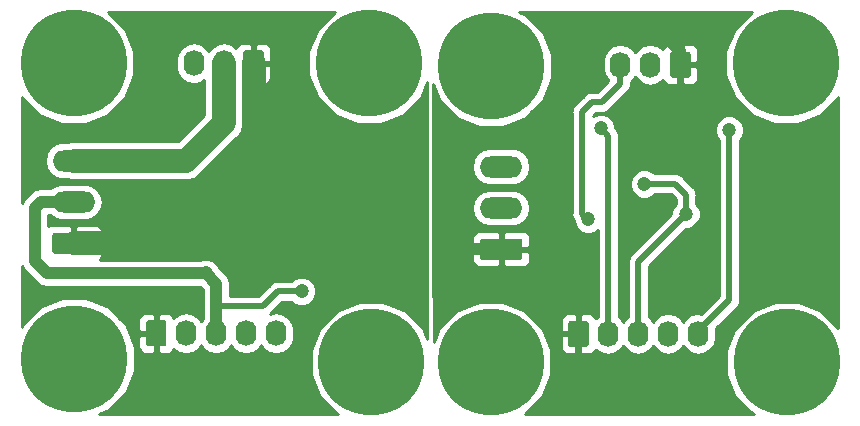
<source format=gbl>
G04 #@! TF.GenerationSoftware,KiCad,Pcbnew,5.0.2+dfsg1-1~bpo9+1*
G04 #@! TF.CreationDate,2019-11-03T17:14:50+01:00*
G04 #@! TF.ProjectId,HALF_DUPLEX_UART,48414c46-5f44-4555-904c-45585f554152,rev?*
G04 #@! TF.SameCoordinates,Original*
G04 #@! TF.FileFunction,Copper,L2,Bot*
G04 #@! TF.FilePolarity,Positive*
%FSLAX46Y46*%
G04 Gerber Fmt 4.6, Leading zero omitted, Abs format (unit mm)*
G04 Created by KiCad (PCBNEW 5.0.2+dfsg1-1~bpo9+1) date dim. 03 nov. 2019 17:14:50 CET*
%MOMM*%
%LPD*%
G01*
G04 APERTURE LIST*
G04 #@! TA.AperFunction,Conductor*
%ADD10C,0.100000*%
G04 #@! TD*
G04 #@! TA.AperFunction,ComponentPad*
%ADD11C,1.740000*%
G04 #@! TD*
G04 #@! TA.AperFunction,ComponentPad*
%ADD12O,1.740000X2.200000*%
G04 #@! TD*
G04 #@! TA.AperFunction,ComponentPad*
%ADD13C,9.000000*%
G04 #@! TD*
G04 #@! TA.AperFunction,ComponentPad*
%ADD14O,3.600000X1.800000*%
G04 #@! TD*
G04 #@! TA.AperFunction,ComponentPad*
%ADD15C,1.800000*%
G04 #@! TD*
G04 #@! TA.AperFunction,ViaPad*
%ADD16C,1.200000*%
G04 #@! TD*
G04 #@! TA.AperFunction,Conductor*
%ADD17C,1.000000*%
G04 #@! TD*
G04 #@! TA.AperFunction,Conductor*
%ADD18C,0.500000*%
G04 #@! TD*
G04 #@! TA.AperFunction,Conductor*
%ADD19C,2.000000*%
G04 #@! TD*
G04 #@! TA.AperFunction,Conductor*
%ADD20C,0.254000*%
G04 #@! TD*
G04 APERTURE END LIST*
D10*
G04 #@! TO.N,GND*
G04 #@! TO.C,J106*
G36*
X170126005Y-94278204D02*
X170150273Y-94281804D01*
X170174072Y-94287765D01*
X170197171Y-94296030D01*
X170219350Y-94306520D01*
X170240393Y-94319132D01*
X170260099Y-94333747D01*
X170278277Y-94350223D01*
X170294753Y-94368401D01*
X170309368Y-94388107D01*
X170321980Y-94409150D01*
X170332470Y-94431329D01*
X170340735Y-94454428D01*
X170346696Y-94478227D01*
X170350296Y-94502495D01*
X170351500Y-94526999D01*
X170351500Y-96227001D01*
X170350296Y-96251505D01*
X170346696Y-96275773D01*
X170340735Y-96299572D01*
X170332470Y-96322671D01*
X170321980Y-96344850D01*
X170309368Y-96365893D01*
X170294753Y-96385599D01*
X170278277Y-96403777D01*
X170260099Y-96420253D01*
X170240393Y-96434868D01*
X170219350Y-96447480D01*
X170197171Y-96457970D01*
X170174072Y-96466235D01*
X170150273Y-96472196D01*
X170126005Y-96475796D01*
X170101501Y-96477000D01*
X168861499Y-96477000D01*
X168836995Y-96475796D01*
X168812727Y-96472196D01*
X168788928Y-96466235D01*
X168765829Y-96457970D01*
X168743650Y-96447480D01*
X168722607Y-96434868D01*
X168702901Y-96420253D01*
X168684723Y-96403777D01*
X168668247Y-96385599D01*
X168653632Y-96365893D01*
X168641020Y-96344850D01*
X168630530Y-96322671D01*
X168622265Y-96299572D01*
X168616304Y-96275773D01*
X168612704Y-96251505D01*
X168611500Y-96227001D01*
X168611500Y-94526999D01*
X168612704Y-94502495D01*
X168616304Y-94478227D01*
X168622265Y-94454428D01*
X168630530Y-94431329D01*
X168641020Y-94409150D01*
X168653632Y-94388107D01*
X168668247Y-94368401D01*
X168684723Y-94350223D01*
X168702901Y-94333747D01*
X168722607Y-94319132D01*
X168743650Y-94306520D01*
X168765829Y-94296030D01*
X168788928Y-94287765D01*
X168812727Y-94281804D01*
X168836995Y-94278204D01*
X168861499Y-94277000D01*
X170101501Y-94277000D01*
X170126005Y-94278204D01*
X170126005Y-94278204D01*
G37*
D11*
G04 #@! TD*
G04 #@! TO.P,J106,1*
G04 #@! TO.N,GND*
X169481500Y-95377000D03*
D12*
G04 #@! TO.P,J106,2*
G04 #@! TO.N,VDD*
X166941500Y-95377000D03*
G04 #@! TO.P,J106,3*
G04 #@! TO.N,Net-(J106-Pad3)*
X164401500Y-95377000D03*
G04 #@! TD*
D13*
G04 #@! TO.P,REF\002A\002A,1*
G04 #@! TO.N,N/C*
X178498500Y-120586500D03*
G04 #@! TD*
G04 #@! TO.P,REF\002A\002A,1*
G04 #@! TO.N,N/C*
X153416000Y-120586500D03*
G04 #@! TD*
G04 #@! TO.P,REF\002A\002A,1*
G04 #@! TO.N,N/C*
X178435000Y-95250000D03*
G04 #@! TD*
G04 #@! TO.P,REF\002A\002A,1*
G04 #@! TO.N,N/C*
X153479500Y-95504000D03*
G04 #@! TD*
G04 #@! TO.P,REF\002A\002A,1*
G04 #@! TO.N,N/C*
X143319500Y-120586500D03*
G04 #@! TD*
G04 #@! TO.P,REF\002A\002A,1*
G04 #@! TO.N,N/C*
X118173500Y-120269000D03*
G04 #@! TD*
G04 #@! TO.P,REF\002A\002A,1*
G04 #@! TO.N,N/C*
X143129000Y-95250000D03*
G04 #@! TD*
D14*
G04 #@! TO.P,J104,3*
G04 #@! TO.N,VDD*
X154305000Y-103998000D03*
G04 #@! TO.P,J104,2*
G04 #@! TO.N,VCC*
X154305000Y-107498000D03*
D10*
G04 #@! TD*
G04 #@! TO.N,GND*
G04 #@! TO.C,J104*
G36*
X155879504Y-110099204D02*
X155903773Y-110102804D01*
X155927571Y-110108765D01*
X155950671Y-110117030D01*
X155972849Y-110127520D01*
X155993893Y-110140133D01*
X156013598Y-110154747D01*
X156031777Y-110171223D01*
X156048253Y-110189402D01*
X156062867Y-110209107D01*
X156075480Y-110230151D01*
X156085970Y-110252329D01*
X156094235Y-110275429D01*
X156100196Y-110299227D01*
X156103796Y-110323496D01*
X156105000Y-110348000D01*
X156105000Y-111648000D01*
X156103796Y-111672504D01*
X156100196Y-111696773D01*
X156094235Y-111720571D01*
X156085970Y-111743671D01*
X156075480Y-111765849D01*
X156062867Y-111786893D01*
X156048253Y-111806598D01*
X156031777Y-111824777D01*
X156013598Y-111841253D01*
X155993893Y-111855867D01*
X155972849Y-111868480D01*
X155950671Y-111878970D01*
X155927571Y-111887235D01*
X155903773Y-111893196D01*
X155879504Y-111896796D01*
X155855000Y-111898000D01*
X152755000Y-111898000D01*
X152730496Y-111896796D01*
X152706227Y-111893196D01*
X152682429Y-111887235D01*
X152659329Y-111878970D01*
X152637151Y-111868480D01*
X152616107Y-111855867D01*
X152596402Y-111841253D01*
X152578223Y-111824777D01*
X152561747Y-111806598D01*
X152547133Y-111786893D01*
X152534520Y-111765849D01*
X152524030Y-111743671D01*
X152515765Y-111720571D01*
X152509804Y-111696773D01*
X152506204Y-111672504D01*
X152505000Y-111648000D01*
X152505000Y-110348000D01*
X152506204Y-110323496D01*
X152509804Y-110299227D01*
X152515765Y-110275429D01*
X152524030Y-110252329D01*
X152534520Y-110230151D01*
X152547133Y-110209107D01*
X152561747Y-110189402D01*
X152578223Y-110171223D01*
X152596402Y-110154747D01*
X152616107Y-110140133D01*
X152637151Y-110127520D01*
X152659329Y-110117030D01*
X152682429Y-110108765D01*
X152706227Y-110102804D01*
X152730496Y-110099204D01*
X152755000Y-110098000D01*
X155855000Y-110098000D01*
X155879504Y-110099204D01*
X155879504Y-110099204D01*
G37*
D15*
G04 #@! TO.P,J104,1*
G04 #@! TO.N,GND*
X154305000Y-110998000D03*
G04 #@! TD*
D14*
G04 #@! TO.P,J101,3*
G04 #@! TO.N,+12V*
X118110000Y-103490000D03*
G04 #@! TO.P,J101,2*
G04 #@! TO.N,+5VA*
X118110000Y-106990000D03*
D10*
G04 #@! TD*
G04 #@! TO.N,GNDA*
G04 #@! TO.C,J101*
G36*
X119684504Y-109591204D02*
X119708773Y-109594804D01*
X119732571Y-109600765D01*
X119755671Y-109609030D01*
X119777849Y-109619520D01*
X119798893Y-109632133D01*
X119818598Y-109646747D01*
X119836777Y-109663223D01*
X119853253Y-109681402D01*
X119867867Y-109701107D01*
X119880480Y-109722151D01*
X119890970Y-109744329D01*
X119899235Y-109767429D01*
X119905196Y-109791227D01*
X119908796Y-109815496D01*
X119910000Y-109840000D01*
X119910000Y-111140000D01*
X119908796Y-111164504D01*
X119905196Y-111188773D01*
X119899235Y-111212571D01*
X119890970Y-111235671D01*
X119880480Y-111257849D01*
X119867867Y-111278893D01*
X119853253Y-111298598D01*
X119836777Y-111316777D01*
X119818598Y-111333253D01*
X119798893Y-111347867D01*
X119777849Y-111360480D01*
X119755671Y-111370970D01*
X119732571Y-111379235D01*
X119708773Y-111385196D01*
X119684504Y-111388796D01*
X119660000Y-111390000D01*
X116560000Y-111390000D01*
X116535496Y-111388796D01*
X116511227Y-111385196D01*
X116487429Y-111379235D01*
X116464329Y-111370970D01*
X116442151Y-111360480D01*
X116421107Y-111347867D01*
X116401402Y-111333253D01*
X116383223Y-111316777D01*
X116366747Y-111298598D01*
X116352133Y-111278893D01*
X116339520Y-111257849D01*
X116329030Y-111235671D01*
X116320765Y-111212571D01*
X116314804Y-111188773D01*
X116311204Y-111164504D01*
X116310000Y-111140000D01*
X116310000Y-109840000D01*
X116311204Y-109815496D01*
X116314804Y-109791227D01*
X116320765Y-109767429D01*
X116329030Y-109744329D01*
X116339520Y-109722151D01*
X116352133Y-109701107D01*
X116366747Y-109681402D01*
X116383223Y-109663223D01*
X116401402Y-109646747D01*
X116421107Y-109632133D01*
X116442151Y-109619520D01*
X116464329Y-109609030D01*
X116487429Y-109600765D01*
X116511227Y-109594804D01*
X116535496Y-109591204D01*
X116560000Y-109590000D01*
X119660000Y-109590000D01*
X119684504Y-109591204D01*
X119684504Y-109591204D01*
G37*
D15*
G04 #@! TO.P,J101,1*
G04 #@! TO.N,GNDA*
X118110000Y-110490000D03*
G04 #@! TD*
D10*
G04 #@! TO.N,GNDA*
G04 #@! TO.C,J102*
G36*
X125739505Y-117011204D02*
X125763773Y-117014804D01*
X125787572Y-117020765D01*
X125810671Y-117029030D01*
X125832850Y-117039520D01*
X125853893Y-117052132D01*
X125873599Y-117066747D01*
X125891777Y-117083223D01*
X125908253Y-117101401D01*
X125922868Y-117121107D01*
X125935480Y-117142150D01*
X125945970Y-117164329D01*
X125954235Y-117187428D01*
X125960196Y-117211227D01*
X125963796Y-117235495D01*
X125965000Y-117259999D01*
X125965000Y-118960001D01*
X125963796Y-118984505D01*
X125960196Y-119008773D01*
X125954235Y-119032572D01*
X125945970Y-119055671D01*
X125935480Y-119077850D01*
X125922868Y-119098893D01*
X125908253Y-119118599D01*
X125891777Y-119136777D01*
X125873599Y-119153253D01*
X125853893Y-119167868D01*
X125832850Y-119180480D01*
X125810671Y-119190970D01*
X125787572Y-119199235D01*
X125763773Y-119205196D01*
X125739505Y-119208796D01*
X125715001Y-119210000D01*
X124474999Y-119210000D01*
X124450495Y-119208796D01*
X124426227Y-119205196D01*
X124402428Y-119199235D01*
X124379329Y-119190970D01*
X124357150Y-119180480D01*
X124336107Y-119167868D01*
X124316401Y-119153253D01*
X124298223Y-119136777D01*
X124281747Y-119118599D01*
X124267132Y-119098893D01*
X124254520Y-119077850D01*
X124244030Y-119055671D01*
X124235765Y-119032572D01*
X124229804Y-119008773D01*
X124226204Y-118984505D01*
X124225000Y-118960001D01*
X124225000Y-117259999D01*
X124226204Y-117235495D01*
X124229804Y-117211227D01*
X124235765Y-117187428D01*
X124244030Y-117164329D01*
X124254520Y-117142150D01*
X124267132Y-117121107D01*
X124281747Y-117101401D01*
X124298223Y-117083223D01*
X124316401Y-117066747D01*
X124336107Y-117052132D01*
X124357150Y-117039520D01*
X124379329Y-117029030D01*
X124402428Y-117020765D01*
X124426227Y-117014804D01*
X124450495Y-117011204D01*
X124474999Y-117010000D01*
X125715001Y-117010000D01*
X125739505Y-117011204D01*
X125739505Y-117011204D01*
G37*
D11*
G04 #@! TD*
G04 #@! TO.P,J102,1*
G04 #@! TO.N,GNDA*
X125095000Y-118110000D03*
D12*
G04 #@! TO.P,J102,2*
G04 #@! TO.N,/TX241*
X127635000Y-118110000D03*
G04 #@! TO.P,J102,3*
G04 #@! TO.N,+5VA*
X130175000Y-118110000D03*
G04 #@! TO.P,J102,4*
G04 #@! TO.N,/RX241*
X132715000Y-118110000D03*
G04 #@! TO.P,J102,5*
G04 #@! TO.N,/DIR241*
X135255000Y-118110000D03*
G04 #@! TD*
G04 #@! TO.P,J103,3*
G04 #@! TO.N,Net-(J103-Pad3)*
X128270000Y-95250000D03*
G04 #@! TO.P,J103,2*
G04 #@! TO.N,+12V*
X130810000Y-95250000D03*
D10*
G04 #@! TD*
G04 #@! TO.N,GNDA*
G04 #@! TO.C,J103*
G36*
X133994505Y-94151204D02*
X134018773Y-94154804D01*
X134042572Y-94160765D01*
X134065671Y-94169030D01*
X134087850Y-94179520D01*
X134108893Y-94192132D01*
X134128599Y-94206747D01*
X134146777Y-94223223D01*
X134163253Y-94241401D01*
X134177868Y-94261107D01*
X134190480Y-94282150D01*
X134200970Y-94304329D01*
X134209235Y-94327428D01*
X134215196Y-94351227D01*
X134218796Y-94375495D01*
X134220000Y-94399999D01*
X134220000Y-96100001D01*
X134218796Y-96124505D01*
X134215196Y-96148773D01*
X134209235Y-96172572D01*
X134200970Y-96195671D01*
X134190480Y-96217850D01*
X134177868Y-96238893D01*
X134163253Y-96258599D01*
X134146777Y-96276777D01*
X134128599Y-96293253D01*
X134108893Y-96307868D01*
X134087850Y-96320480D01*
X134065671Y-96330970D01*
X134042572Y-96339235D01*
X134018773Y-96345196D01*
X133994505Y-96348796D01*
X133970001Y-96350000D01*
X132729999Y-96350000D01*
X132705495Y-96348796D01*
X132681227Y-96345196D01*
X132657428Y-96339235D01*
X132634329Y-96330970D01*
X132612150Y-96320480D01*
X132591107Y-96307868D01*
X132571401Y-96293253D01*
X132553223Y-96276777D01*
X132536747Y-96258599D01*
X132522132Y-96238893D01*
X132509520Y-96217850D01*
X132499030Y-96195671D01*
X132490765Y-96172572D01*
X132484804Y-96148773D01*
X132481204Y-96124505D01*
X132480000Y-96100001D01*
X132480000Y-94399999D01*
X132481204Y-94375495D01*
X132484804Y-94351227D01*
X132490765Y-94327428D01*
X132499030Y-94304329D01*
X132509520Y-94282150D01*
X132522132Y-94261107D01*
X132536747Y-94241401D01*
X132553223Y-94223223D01*
X132571401Y-94206747D01*
X132591107Y-94192132D01*
X132612150Y-94179520D01*
X132634329Y-94169030D01*
X132657428Y-94160765D01*
X132681227Y-94154804D01*
X132705495Y-94151204D01*
X132729999Y-94150000D01*
X133970001Y-94150000D01*
X133994505Y-94151204D01*
X133994505Y-94151204D01*
G37*
D11*
G04 #@! TO.P,J103,1*
G04 #@! TO.N,GNDA*
X133350000Y-95250000D03*
G04 #@! TD*
D12*
G04 #@! TO.P,J105,5*
G04 #@! TO.N,/DIR126*
X171005500Y-118173500D03*
G04 #@! TO.P,J105,4*
G04 #@! TO.N,/RX126*
X168465500Y-118173500D03*
G04 #@! TO.P,J105,3*
G04 #@! TO.N,VCC*
X165925500Y-118173500D03*
G04 #@! TO.P,J105,2*
G04 #@! TO.N,/TX126*
X163385500Y-118173500D03*
D10*
G04 #@! TD*
G04 #@! TO.N,GND*
G04 #@! TO.C,J105*
G36*
X161490005Y-117074704D02*
X161514273Y-117078304D01*
X161538072Y-117084265D01*
X161561171Y-117092530D01*
X161583350Y-117103020D01*
X161604393Y-117115632D01*
X161624099Y-117130247D01*
X161642277Y-117146723D01*
X161658753Y-117164901D01*
X161673368Y-117184607D01*
X161685980Y-117205650D01*
X161696470Y-117227829D01*
X161704735Y-117250928D01*
X161710696Y-117274727D01*
X161714296Y-117298995D01*
X161715500Y-117323499D01*
X161715500Y-119023501D01*
X161714296Y-119048005D01*
X161710696Y-119072273D01*
X161704735Y-119096072D01*
X161696470Y-119119171D01*
X161685980Y-119141350D01*
X161673368Y-119162393D01*
X161658753Y-119182099D01*
X161642277Y-119200277D01*
X161624099Y-119216753D01*
X161604393Y-119231368D01*
X161583350Y-119243980D01*
X161561171Y-119254470D01*
X161538072Y-119262735D01*
X161514273Y-119268696D01*
X161490005Y-119272296D01*
X161465501Y-119273500D01*
X160225499Y-119273500D01*
X160200995Y-119272296D01*
X160176727Y-119268696D01*
X160152928Y-119262735D01*
X160129829Y-119254470D01*
X160107650Y-119243980D01*
X160086607Y-119231368D01*
X160066901Y-119216753D01*
X160048723Y-119200277D01*
X160032247Y-119182099D01*
X160017632Y-119162393D01*
X160005020Y-119141350D01*
X159994530Y-119119171D01*
X159986265Y-119096072D01*
X159980304Y-119072273D01*
X159976704Y-119048005D01*
X159975500Y-119023501D01*
X159975500Y-117323499D01*
X159976704Y-117298995D01*
X159980304Y-117274727D01*
X159986265Y-117250928D01*
X159994530Y-117227829D01*
X160005020Y-117205650D01*
X160017632Y-117184607D01*
X160032247Y-117164901D01*
X160048723Y-117146723D01*
X160066901Y-117130247D01*
X160086607Y-117115632D01*
X160107650Y-117103020D01*
X160129829Y-117092530D01*
X160152928Y-117084265D01*
X160176727Y-117078304D01*
X160200995Y-117074704D01*
X160225499Y-117073500D01*
X161465501Y-117073500D01*
X161490005Y-117074704D01*
X161490005Y-117074704D01*
G37*
D11*
G04 #@! TO.P,J105,1*
G04 #@! TO.N,GND*
X160845500Y-118173500D03*
G04 #@! TD*
D13*
G04 #@! TO.P,REF\002A\002A,1*
G04 #@! TO.N,N/C*
X118110000Y-95250000D03*
G04 #@! TD*
D16*
G04 #@! TO.N,GND*
X167005000Y-102870000D03*
X159448500Y-104203500D03*
X180340000Y-115125500D03*
G04 #@! TO.N,+5VA*
X137414000Y-114554000D03*
X129286000Y-113030000D03*
G04 #@! TO.N,GNDA*
X132080000Y-103886000D03*
X143623000Y-108822500D03*
G04 #@! TO.N,VCC*
X166433500Y-105473500D03*
X169955490Y-108015780D03*
G04 #@! TO.N,/DIR126*
X173609000Y-100901500D03*
G04 #@! TO.N,/TX126*
X162750500Y-100774500D03*
G04 #@! TO.N,Net-(J106-Pad3)*
X161673500Y-108458000D03*
G04 #@! TD*
D17*
G04 #@! TO.N,GND*
X151066500Y-110998000D02*
X154305000Y-110998000D01*
X161671000Y-92392500D02*
X159575500Y-94488000D01*
X157670500Y-101473000D02*
X152781000Y-101473000D01*
X167697000Y-92392500D02*
X161671000Y-92392500D01*
X169481500Y-95377000D02*
X169481500Y-94177000D01*
X159575500Y-94488000D02*
X159575500Y-99568000D01*
X159575500Y-99568000D02*
X157670500Y-101473000D01*
X152781000Y-101473000D02*
X150558500Y-103695500D01*
X150558500Y-103695500D02*
X150558500Y-110490000D01*
X169481500Y-94177000D02*
X167697000Y-92392500D01*
X150558500Y-110490000D02*
X151066500Y-110998000D01*
D18*
X167005000Y-102870000D02*
X167005000Y-100647500D01*
X169481500Y-98171000D02*
X169481500Y-95377000D01*
X167005000Y-100647500D02*
X169481500Y-98171000D01*
X157670500Y-102425500D02*
X157670500Y-101473000D01*
X159448500Y-104203500D02*
X157670500Y-102425500D01*
X176657000Y-115125500D02*
X172847000Y-118935500D01*
X180340000Y-115125500D02*
X176657000Y-115125500D01*
X172847000Y-118935500D02*
X172847000Y-119253000D01*
X172847000Y-119253000D02*
X170942000Y-121158000D01*
X170942000Y-121158000D02*
X161163000Y-121158000D01*
X160845500Y-120840500D02*
X160845500Y-118173500D01*
X161163000Y-121158000D02*
X160845500Y-120840500D01*
D19*
G04 #@! TO.N,+12V*
X130810000Y-95250000D02*
X130810000Y-100330000D01*
X127650000Y-103490000D02*
X118110000Y-103490000D01*
X130810000Y-100330000D02*
X127650000Y-103490000D01*
D17*
G04 #@! TO.N,+5VA*
X115310000Y-106990000D02*
X114808000Y-107492000D01*
X118110000Y-106990000D02*
X115310000Y-106990000D01*
X114808000Y-107492000D02*
X114808000Y-112014000D01*
X114808000Y-112014000D02*
X115824000Y-113030000D01*
X129286000Y-113030000D02*
X130175000Y-113919000D01*
X115824000Y-113030000D02*
X123444000Y-113030000D01*
X123444000Y-113030000D02*
X124206000Y-113030000D01*
X124206000Y-113030000D02*
X129286000Y-113030000D01*
X130175000Y-113919000D02*
X130175000Y-115824000D01*
X130175000Y-115824000D02*
X130175000Y-118110000D01*
D18*
X137414000Y-114554000D02*
X135382000Y-114554000D01*
X134112000Y-115824000D02*
X130175000Y-115824000D01*
X135382000Y-114554000D02*
X134112000Y-115824000D01*
D19*
G04 #@! TO.N,GNDA*
X133350000Y-95250000D02*
X133350000Y-102616000D01*
X125476000Y-110490000D02*
X118110000Y-110490000D01*
X133350000Y-102616000D02*
X132080000Y-103886000D01*
X132080000Y-103886000D02*
X125476000Y-110490000D01*
D17*
X132080000Y-103886000D02*
X138430000Y-103886000D01*
X143366500Y-108822500D02*
X143623000Y-108822500D01*
X138430000Y-103886000D02*
X143366500Y-108822500D01*
D18*
G04 #@! TO.N,VCC*
X165925500Y-112045770D02*
X169955490Y-108015780D01*
X165925500Y-118173500D02*
X165925500Y-112045770D01*
X169955490Y-106391990D02*
X169955490Y-108015780D01*
X169037000Y-105473500D02*
X169955490Y-106391990D01*
X166433500Y-105473500D02*
X169037000Y-105473500D01*
G04 #@! TO.N,/DIR126*
X171005500Y-117943500D02*
X173609000Y-115340000D01*
X171005500Y-118173500D02*
X171005500Y-117943500D01*
X173609000Y-115340000D02*
X173609000Y-100901500D01*
G04 #@! TO.N,/TX126*
X163385500Y-118173500D02*
X163385500Y-116573500D01*
X163385500Y-101409500D02*
X162750500Y-100774500D01*
X163385500Y-116573500D02*
X163385500Y-101409500D01*
G04 #@! TO.N,Net-(J106-Pad3)*
X161988500Y-98552000D02*
X161163000Y-99377500D01*
X162826500Y-98552000D02*
X161988500Y-98552000D01*
X161163000Y-99377500D02*
X161163000Y-108013500D01*
X164401500Y-96977000D02*
X162826500Y-98552000D01*
X164401500Y-95377000D02*
X164401500Y-96977000D01*
X161607500Y-108458000D02*
X161673500Y-108458000D01*
X161163000Y-108013500D02*
X161607500Y-108458000D01*
G04 #@! TD*
D20*
G04 #@! TO.N,GNDA*
G36*
X140220256Y-90896757D02*
X138775757Y-92341256D01*
X137994000Y-94228585D01*
X137994000Y-96271415D01*
X138775757Y-98158744D01*
X140220256Y-99603243D01*
X142107585Y-100385000D01*
X144150415Y-100385000D01*
X146037744Y-99603243D01*
X147482243Y-98158744D01*
X148030423Y-96835319D01*
X148069421Y-118635423D01*
X147672743Y-117677756D01*
X146228244Y-116233257D01*
X144340915Y-115451500D01*
X142298085Y-115451500D01*
X140410756Y-116233257D01*
X138966257Y-117677756D01*
X138184500Y-119565085D01*
X138184500Y-121607915D01*
X138966257Y-123495244D01*
X140410756Y-124939743D01*
X140451211Y-124956500D01*
X120275276Y-124956500D01*
X121082244Y-124622243D01*
X122526743Y-123177744D01*
X123308500Y-121290415D01*
X123308500Y-119247585D01*
X122955659Y-118395750D01*
X123590000Y-118395750D01*
X123590000Y-119336310D01*
X123686673Y-119569699D01*
X123865302Y-119748327D01*
X124098691Y-119845000D01*
X124809250Y-119845000D01*
X124968000Y-119686250D01*
X124968000Y-118237000D01*
X123748750Y-118237000D01*
X123590000Y-118395750D01*
X122955659Y-118395750D01*
X122526743Y-117360256D01*
X122050177Y-116883690D01*
X123590000Y-116883690D01*
X123590000Y-117824250D01*
X123748750Y-117983000D01*
X124968000Y-117983000D01*
X124968000Y-116533750D01*
X124809250Y-116375000D01*
X124098691Y-116375000D01*
X123865302Y-116471673D01*
X123686673Y-116650301D01*
X123590000Y-116883690D01*
X122050177Y-116883690D01*
X121082244Y-115915757D01*
X119194915Y-115134000D01*
X117152085Y-115134000D01*
X115264756Y-115915757D01*
X113820257Y-117360256D01*
X113740000Y-117554014D01*
X113740000Y-112458569D01*
X113989712Y-112832289D01*
X114084479Y-112895611D01*
X114942389Y-113753521D01*
X115005711Y-113848289D01*
X115347974Y-114076982D01*
X115381145Y-114099146D01*
X115824000Y-114187235D01*
X115935783Y-114165000D01*
X128798922Y-114165000D01*
X128827851Y-114176983D01*
X129040000Y-114389132D01*
X129040001Y-115712214D01*
X129040000Y-115712218D01*
X129040000Y-116869720D01*
X128905000Y-117071763D01*
X128720044Y-116794956D01*
X128222221Y-116462322D01*
X127635000Y-116345516D01*
X127047778Y-116462322D01*
X126560364Y-116788001D01*
X126503327Y-116650301D01*
X126324698Y-116471673D01*
X126091309Y-116375000D01*
X125380750Y-116375000D01*
X125222000Y-116533750D01*
X125222000Y-117983000D01*
X125242000Y-117983000D01*
X125242000Y-118237000D01*
X125222000Y-118237000D01*
X125222000Y-119686250D01*
X125380750Y-119845000D01*
X126091309Y-119845000D01*
X126324698Y-119748327D01*
X126503327Y-119569699D01*
X126560364Y-119431999D01*
X127047779Y-119757678D01*
X127635000Y-119874484D01*
X128222222Y-119757678D01*
X128720044Y-119425044D01*
X128905000Y-119148237D01*
X129089956Y-119425044D01*
X129587779Y-119757678D01*
X130175000Y-119874484D01*
X130762222Y-119757678D01*
X131260044Y-119425044D01*
X131445000Y-119148237D01*
X131629956Y-119425044D01*
X132127779Y-119757678D01*
X132715000Y-119874484D01*
X133302222Y-119757678D01*
X133800044Y-119425044D01*
X133985000Y-119148237D01*
X134169956Y-119425044D01*
X134667779Y-119757678D01*
X135255000Y-119874484D01*
X135842222Y-119757678D01*
X136340044Y-119425044D01*
X136672678Y-118927221D01*
X136760000Y-118488225D01*
X136760000Y-117731774D01*
X136672678Y-117292778D01*
X136340044Y-116794956D01*
X135842221Y-116462322D01*
X135255000Y-116345516D01*
X134762449Y-116443491D01*
X134799425Y-116388153D01*
X135748579Y-115439000D01*
X136552447Y-115439000D01*
X136714429Y-115600982D01*
X137168343Y-115789000D01*
X137659657Y-115789000D01*
X138113571Y-115600982D01*
X138460982Y-115253571D01*
X138649000Y-114799657D01*
X138649000Y-114308343D01*
X138460982Y-113854429D01*
X138113571Y-113507018D01*
X137659657Y-113319000D01*
X137168343Y-113319000D01*
X136714429Y-113507018D01*
X136552447Y-113669000D01*
X135469159Y-113669000D01*
X135381999Y-113651663D01*
X135294839Y-113669000D01*
X135294835Y-113669000D01*
X135036690Y-113720348D01*
X134928880Y-113792385D01*
X134817845Y-113866576D01*
X134817844Y-113866577D01*
X134743951Y-113915951D01*
X134694577Y-113989844D01*
X133745422Y-114939000D01*
X131310000Y-114939000D01*
X131310000Y-114030783D01*
X131332235Y-113919000D01*
X131244146Y-113476145D01*
X131110184Y-113275657D01*
X130993289Y-113100711D01*
X130898521Y-113037389D01*
X130432983Y-112571851D01*
X130332982Y-112330429D01*
X129985571Y-111983018D01*
X129531657Y-111795000D01*
X129040343Y-111795000D01*
X128798922Y-111895000D01*
X120303026Y-111895000D01*
X120448327Y-111749698D01*
X120545000Y-111516309D01*
X120545000Y-110775750D01*
X120386250Y-110617000D01*
X118237000Y-110617000D01*
X118237000Y-110637000D01*
X117983000Y-110637000D01*
X117983000Y-110617000D01*
X117963000Y-110617000D01*
X117963000Y-110363000D01*
X117983000Y-110363000D01*
X117983000Y-109113750D01*
X118237000Y-109113750D01*
X118237000Y-110363000D01*
X120386250Y-110363000D01*
X120545000Y-110204250D01*
X120545000Y-109463691D01*
X120448327Y-109230302D01*
X120269699Y-109051673D01*
X120036310Y-108955000D01*
X118395750Y-108955000D01*
X118237000Y-109113750D01*
X117983000Y-109113750D01*
X117824250Y-108955000D01*
X116183690Y-108955000D01*
X115950301Y-109051673D01*
X115943000Y-109058974D01*
X115943000Y-108125000D01*
X116145721Y-108125000D01*
X116611073Y-108435938D01*
X117058818Y-108525000D01*
X119161182Y-108525000D01*
X119608927Y-108435938D01*
X120116673Y-108096673D01*
X120455938Y-107588927D01*
X120575072Y-106990000D01*
X120455938Y-106391073D01*
X120116673Y-105883327D01*
X119608927Y-105544062D01*
X119161182Y-105455000D01*
X117058818Y-105455000D01*
X116611073Y-105544062D01*
X116145721Y-105855000D01*
X115421782Y-105855000D01*
X115309999Y-105832765D01*
X114867145Y-105920854D01*
X114491711Y-106171711D01*
X114428387Y-106266482D01*
X114084482Y-106610387D01*
X113989711Y-106673711D01*
X113740000Y-107047431D01*
X113740000Y-103490000D01*
X115644928Y-103490000D01*
X115764062Y-104088927D01*
X116103327Y-104596673D01*
X116611073Y-104935938D01*
X117058818Y-105025000D01*
X117464368Y-105025000D01*
X117472055Y-105030136D01*
X117948969Y-105125000D01*
X127488970Y-105125000D01*
X127650000Y-105157031D01*
X127811030Y-105125000D01*
X127811031Y-105125000D01*
X128287945Y-105030136D01*
X128828769Y-104668769D01*
X128919988Y-104532250D01*
X131852253Y-101599986D01*
X131988769Y-101508769D01*
X132350136Y-100967945D01*
X132445000Y-100491031D01*
X132445000Y-100491030D01*
X132477031Y-100330000D01*
X132445000Y-100168970D01*
X132445000Y-96985000D01*
X133064250Y-96985000D01*
X133223000Y-96826250D01*
X133223000Y-95377000D01*
X133477000Y-95377000D01*
X133477000Y-96826250D01*
X133635750Y-96985000D01*
X134346309Y-96985000D01*
X134579698Y-96888327D01*
X134758327Y-96709699D01*
X134855000Y-96476310D01*
X134855000Y-95535750D01*
X134696250Y-95377000D01*
X133477000Y-95377000D01*
X133223000Y-95377000D01*
X133203000Y-95377000D01*
X133203000Y-95123000D01*
X133223000Y-95123000D01*
X133223000Y-93673750D01*
X133477000Y-93673750D01*
X133477000Y-95123000D01*
X134696250Y-95123000D01*
X134855000Y-94964250D01*
X134855000Y-94023690D01*
X134758327Y-93790301D01*
X134579698Y-93611673D01*
X134346309Y-93515000D01*
X133635750Y-93515000D01*
X133477000Y-93673750D01*
X133223000Y-93673750D01*
X133064250Y-93515000D01*
X132353691Y-93515000D01*
X132120302Y-93611673D01*
X131941673Y-93790301D01*
X131884636Y-93928001D01*
X131397222Y-93602322D01*
X130810000Y-93485516D01*
X130222779Y-93602322D01*
X129724956Y-93934956D01*
X129636053Y-94068009D01*
X129631231Y-94071231D01*
X129538665Y-94209765D01*
X129355044Y-93934956D01*
X128857222Y-93602322D01*
X128270000Y-93485516D01*
X127682779Y-93602322D01*
X127184956Y-93934956D01*
X126852322Y-94432778D01*
X126765000Y-94871774D01*
X126765000Y-95628225D01*
X126852322Y-96067221D01*
X127184956Y-96565044D01*
X127682778Y-96897678D01*
X128270000Y-97014484D01*
X128857221Y-96897678D01*
X129175000Y-96685345D01*
X129175001Y-99652760D01*
X126972762Y-101855000D01*
X117948969Y-101855000D01*
X117472055Y-101949864D01*
X117464368Y-101955000D01*
X117058818Y-101955000D01*
X116611073Y-102044062D01*
X116103327Y-102383327D01*
X115764062Y-102891073D01*
X115644928Y-103490000D01*
X113740000Y-103490000D01*
X113740000Y-98118289D01*
X113756757Y-98158744D01*
X115201256Y-99603243D01*
X117088585Y-100385000D01*
X119131415Y-100385000D01*
X121018744Y-99603243D01*
X122463243Y-98158744D01*
X123245000Y-96271415D01*
X123245000Y-94228585D01*
X122463243Y-92341256D01*
X121018744Y-90896757D01*
X120978289Y-90880000D01*
X140260711Y-90880000D01*
X140220256Y-90896757D01*
X140220256Y-90896757D01*
G37*
X140220256Y-90896757D02*
X138775757Y-92341256D01*
X137994000Y-94228585D01*
X137994000Y-96271415D01*
X138775757Y-98158744D01*
X140220256Y-99603243D01*
X142107585Y-100385000D01*
X144150415Y-100385000D01*
X146037744Y-99603243D01*
X147482243Y-98158744D01*
X148030423Y-96835319D01*
X148069421Y-118635423D01*
X147672743Y-117677756D01*
X146228244Y-116233257D01*
X144340915Y-115451500D01*
X142298085Y-115451500D01*
X140410756Y-116233257D01*
X138966257Y-117677756D01*
X138184500Y-119565085D01*
X138184500Y-121607915D01*
X138966257Y-123495244D01*
X140410756Y-124939743D01*
X140451211Y-124956500D01*
X120275276Y-124956500D01*
X121082244Y-124622243D01*
X122526743Y-123177744D01*
X123308500Y-121290415D01*
X123308500Y-119247585D01*
X122955659Y-118395750D01*
X123590000Y-118395750D01*
X123590000Y-119336310D01*
X123686673Y-119569699D01*
X123865302Y-119748327D01*
X124098691Y-119845000D01*
X124809250Y-119845000D01*
X124968000Y-119686250D01*
X124968000Y-118237000D01*
X123748750Y-118237000D01*
X123590000Y-118395750D01*
X122955659Y-118395750D01*
X122526743Y-117360256D01*
X122050177Y-116883690D01*
X123590000Y-116883690D01*
X123590000Y-117824250D01*
X123748750Y-117983000D01*
X124968000Y-117983000D01*
X124968000Y-116533750D01*
X124809250Y-116375000D01*
X124098691Y-116375000D01*
X123865302Y-116471673D01*
X123686673Y-116650301D01*
X123590000Y-116883690D01*
X122050177Y-116883690D01*
X121082244Y-115915757D01*
X119194915Y-115134000D01*
X117152085Y-115134000D01*
X115264756Y-115915757D01*
X113820257Y-117360256D01*
X113740000Y-117554014D01*
X113740000Y-112458569D01*
X113989712Y-112832289D01*
X114084479Y-112895611D01*
X114942389Y-113753521D01*
X115005711Y-113848289D01*
X115347974Y-114076982D01*
X115381145Y-114099146D01*
X115824000Y-114187235D01*
X115935783Y-114165000D01*
X128798922Y-114165000D01*
X128827851Y-114176983D01*
X129040000Y-114389132D01*
X129040001Y-115712214D01*
X129040000Y-115712218D01*
X129040000Y-116869720D01*
X128905000Y-117071763D01*
X128720044Y-116794956D01*
X128222221Y-116462322D01*
X127635000Y-116345516D01*
X127047778Y-116462322D01*
X126560364Y-116788001D01*
X126503327Y-116650301D01*
X126324698Y-116471673D01*
X126091309Y-116375000D01*
X125380750Y-116375000D01*
X125222000Y-116533750D01*
X125222000Y-117983000D01*
X125242000Y-117983000D01*
X125242000Y-118237000D01*
X125222000Y-118237000D01*
X125222000Y-119686250D01*
X125380750Y-119845000D01*
X126091309Y-119845000D01*
X126324698Y-119748327D01*
X126503327Y-119569699D01*
X126560364Y-119431999D01*
X127047779Y-119757678D01*
X127635000Y-119874484D01*
X128222222Y-119757678D01*
X128720044Y-119425044D01*
X128905000Y-119148237D01*
X129089956Y-119425044D01*
X129587779Y-119757678D01*
X130175000Y-119874484D01*
X130762222Y-119757678D01*
X131260044Y-119425044D01*
X131445000Y-119148237D01*
X131629956Y-119425044D01*
X132127779Y-119757678D01*
X132715000Y-119874484D01*
X133302222Y-119757678D01*
X133800044Y-119425044D01*
X133985000Y-119148237D01*
X134169956Y-119425044D01*
X134667779Y-119757678D01*
X135255000Y-119874484D01*
X135842222Y-119757678D01*
X136340044Y-119425044D01*
X136672678Y-118927221D01*
X136760000Y-118488225D01*
X136760000Y-117731774D01*
X136672678Y-117292778D01*
X136340044Y-116794956D01*
X135842221Y-116462322D01*
X135255000Y-116345516D01*
X134762449Y-116443491D01*
X134799425Y-116388153D01*
X135748579Y-115439000D01*
X136552447Y-115439000D01*
X136714429Y-115600982D01*
X137168343Y-115789000D01*
X137659657Y-115789000D01*
X138113571Y-115600982D01*
X138460982Y-115253571D01*
X138649000Y-114799657D01*
X138649000Y-114308343D01*
X138460982Y-113854429D01*
X138113571Y-113507018D01*
X137659657Y-113319000D01*
X137168343Y-113319000D01*
X136714429Y-113507018D01*
X136552447Y-113669000D01*
X135469159Y-113669000D01*
X135381999Y-113651663D01*
X135294839Y-113669000D01*
X135294835Y-113669000D01*
X135036690Y-113720348D01*
X134928880Y-113792385D01*
X134817845Y-113866576D01*
X134817844Y-113866577D01*
X134743951Y-113915951D01*
X134694577Y-113989844D01*
X133745422Y-114939000D01*
X131310000Y-114939000D01*
X131310000Y-114030783D01*
X131332235Y-113919000D01*
X131244146Y-113476145D01*
X131110184Y-113275657D01*
X130993289Y-113100711D01*
X130898521Y-113037389D01*
X130432983Y-112571851D01*
X130332982Y-112330429D01*
X129985571Y-111983018D01*
X129531657Y-111795000D01*
X129040343Y-111795000D01*
X128798922Y-111895000D01*
X120303026Y-111895000D01*
X120448327Y-111749698D01*
X120545000Y-111516309D01*
X120545000Y-110775750D01*
X120386250Y-110617000D01*
X118237000Y-110617000D01*
X118237000Y-110637000D01*
X117983000Y-110637000D01*
X117983000Y-110617000D01*
X117963000Y-110617000D01*
X117963000Y-110363000D01*
X117983000Y-110363000D01*
X117983000Y-109113750D01*
X118237000Y-109113750D01*
X118237000Y-110363000D01*
X120386250Y-110363000D01*
X120545000Y-110204250D01*
X120545000Y-109463691D01*
X120448327Y-109230302D01*
X120269699Y-109051673D01*
X120036310Y-108955000D01*
X118395750Y-108955000D01*
X118237000Y-109113750D01*
X117983000Y-109113750D01*
X117824250Y-108955000D01*
X116183690Y-108955000D01*
X115950301Y-109051673D01*
X115943000Y-109058974D01*
X115943000Y-108125000D01*
X116145721Y-108125000D01*
X116611073Y-108435938D01*
X117058818Y-108525000D01*
X119161182Y-108525000D01*
X119608927Y-108435938D01*
X120116673Y-108096673D01*
X120455938Y-107588927D01*
X120575072Y-106990000D01*
X120455938Y-106391073D01*
X120116673Y-105883327D01*
X119608927Y-105544062D01*
X119161182Y-105455000D01*
X117058818Y-105455000D01*
X116611073Y-105544062D01*
X116145721Y-105855000D01*
X115421782Y-105855000D01*
X115309999Y-105832765D01*
X114867145Y-105920854D01*
X114491711Y-106171711D01*
X114428387Y-106266482D01*
X114084482Y-106610387D01*
X113989711Y-106673711D01*
X113740000Y-107047431D01*
X113740000Y-103490000D01*
X115644928Y-103490000D01*
X115764062Y-104088927D01*
X116103327Y-104596673D01*
X116611073Y-104935938D01*
X117058818Y-105025000D01*
X117464368Y-105025000D01*
X117472055Y-105030136D01*
X117948969Y-105125000D01*
X127488970Y-105125000D01*
X127650000Y-105157031D01*
X127811030Y-105125000D01*
X127811031Y-105125000D01*
X128287945Y-105030136D01*
X128828769Y-104668769D01*
X128919988Y-104532250D01*
X131852253Y-101599986D01*
X131988769Y-101508769D01*
X132350136Y-100967945D01*
X132445000Y-100491031D01*
X132445000Y-100491030D01*
X132477031Y-100330000D01*
X132445000Y-100168970D01*
X132445000Y-96985000D01*
X133064250Y-96985000D01*
X133223000Y-96826250D01*
X133223000Y-95377000D01*
X133477000Y-95377000D01*
X133477000Y-96826250D01*
X133635750Y-96985000D01*
X134346309Y-96985000D01*
X134579698Y-96888327D01*
X134758327Y-96709699D01*
X134855000Y-96476310D01*
X134855000Y-95535750D01*
X134696250Y-95377000D01*
X133477000Y-95377000D01*
X133223000Y-95377000D01*
X133203000Y-95377000D01*
X133203000Y-95123000D01*
X133223000Y-95123000D01*
X133223000Y-93673750D01*
X133477000Y-93673750D01*
X133477000Y-95123000D01*
X134696250Y-95123000D01*
X134855000Y-94964250D01*
X134855000Y-94023690D01*
X134758327Y-93790301D01*
X134579698Y-93611673D01*
X134346309Y-93515000D01*
X133635750Y-93515000D01*
X133477000Y-93673750D01*
X133223000Y-93673750D01*
X133064250Y-93515000D01*
X132353691Y-93515000D01*
X132120302Y-93611673D01*
X131941673Y-93790301D01*
X131884636Y-93928001D01*
X131397222Y-93602322D01*
X130810000Y-93485516D01*
X130222779Y-93602322D01*
X129724956Y-93934956D01*
X129636053Y-94068009D01*
X129631231Y-94071231D01*
X129538665Y-94209765D01*
X129355044Y-93934956D01*
X128857222Y-93602322D01*
X128270000Y-93485516D01*
X127682779Y-93602322D01*
X127184956Y-93934956D01*
X126852322Y-94432778D01*
X126765000Y-94871774D01*
X126765000Y-95628225D01*
X126852322Y-96067221D01*
X127184956Y-96565044D01*
X127682778Y-96897678D01*
X128270000Y-97014484D01*
X128857221Y-96897678D01*
X129175000Y-96685345D01*
X129175001Y-99652760D01*
X126972762Y-101855000D01*
X117948969Y-101855000D01*
X117472055Y-101949864D01*
X117464368Y-101955000D01*
X117058818Y-101955000D01*
X116611073Y-102044062D01*
X116103327Y-102383327D01*
X115764062Y-102891073D01*
X115644928Y-103490000D01*
X113740000Y-103490000D01*
X113740000Y-98118289D01*
X113756757Y-98158744D01*
X115201256Y-99603243D01*
X117088585Y-100385000D01*
X119131415Y-100385000D01*
X121018744Y-99603243D01*
X122463243Y-98158744D01*
X123245000Y-96271415D01*
X123245000Y-94228585D01*
X122463243Y-92341256D01*
X121018744Y-90896757D01*
X120978289Y-90880000D01*
X140260711Y-90880000D01*
X140220256Y-90896757D01*
G04 #@! TO.N,GND*
G36*
X174081757Y-92341256D02*
X173300000Y-94228585D01*
X173300000Y-96271415D01*
X174081757Y-98158744D01*
X175526256Y-99603243D01*
X177413585Y-100385000D01*
X179456415Y-100385000D01*
X181343744Y-99603243D01*
X182788243Y-98158744D01*
X182794239Y-98144269D01*
X182829080Y-117655093D01*
X181407244Y-116233257D01*
X179519915Y-115451500D01*
X177477085Y-115451500D01*
X175589756Y-116233257D01*
X174145257Y-117677756D01*
X173363500Y-119565085D01*
X173363500Y-121607915D01*
X174145257Y-123495244D01*
X175589756Y-124939743D01*
X175688899Y-124980809D01*
X156309748Y-124945954D01*
X156324744Y-124939743D01*
X157769243Y-123495244D01*
X158551000Y-121607915D01*
X158551000Y-119565085D01*
X158092949Y-118459250D01*
X159340500Y-118459250D01*
X159340500Y-119399810D01*
X159437173Y-119633199D01*
X159615802Y-119811827D01*
X159849191Y-119908500D01*
X160559750Y-119908500D01*
X160718500Y-119749750D01*
X160718500Y-118300500D01*
X159499250Y-118300500D01*
X159340500Y-118459250D01*
X158092949Y-118459250D01*
X157769243Y-117677756D01*
X157038677Y-116947190D01*
X159340500Y-116947190D01*
X159340500Y-117887750D01*
X159499250Y-118046500D01*
X160718500Y-118046500D01*
X160718500Y-116597250D01*
X160559750Y-116438500D01*
X159849191Y-116438500D01*
X159615802Y-116535173D01*
X159437173Y-116713801D01*
X159340500Y-116947190D01*
X157038677Y-116947190D01*
X156324744Y-116233257D01*
X154437415Y-115451500D01*
X152394585Y-115451500D01*
X150507256Y-116233257D01*
X149062757Y-117677756D01*
X148577804Y-118848536D01*
X148564273Y-111283750D01*
X151870000Y-111283750D01*
X151870000Y-112024309D01*
X151966673Y-112257698D01*
X152145301Y-112436327D01*
X152378690Y-112533000D01*
X154019250Y-112533000D01*
X154178000Y-112374250D01*
X154178000Y-111125000D01*
X154432000Y-111125000D01*
X154432000Y-112374250D01*
X154590750Y-112533000D01*
X156231310Y-112533000D01*
X156464699Y-112436327D01*
X156643327Y-112257698D01*
X156740000Y-112024309D01*
X156740000Y-111283750D01*
X156581250Y-111125000D01*
X154432000Y-111125000D01*
X154178000Y-111125000D01*
X152028750Y-111125000D01*
X151870000Y-111283750D01*
X148564273Y-111283750D01*
X148561926Y-109971691D01*
X151870000Y-109971691D01*
X151870000Y-110712250D01*
X152028750Y-110871000D01*
X154178000Y-110871000D01*
X154178000Y-109621750D01*
X154432000Y-109621750D01*
X154432000Y-110871000D01*
X156581250Y-110871000D01*
X156740000Y-110712250D01*
X156740000Y-109971691D01*
X156643327Y-109738302D01*
X156464699Y-109559673D01*
X156231310Y-109463000D01*
X154590750Y-109463000D01*
X154432000Y-109621750D01*
X154178000Y-109621750D01*
X154019250Y-109463000D01*
X152378690Y-109463000D01*
X152145301Y-109559673D01*
X151966673Y-109738302D01*
X151870000Y-109971691D01*
X148561926Y-109971691D01*
X148557500Y-107498000D01*
X151839928Y-107498000D01*
X151959062Y-108096927D01*
X152298327Y-108604673D01*
X152806073Y-108943938D01*
X153253818Y-109033000D01*
X155356182Y-109033000D01*
X155803927Y-108943938D01*
X156311673Y-108604673D01*
X156650938Y-108096927D01*
X156770072Y-107498000D01*
X156650938Y-106899073D01*
X156311673Y-106391327D01*
X155803927Y-106052062D01*
X155356182Y-105963000D01*
X153253818Y-105963000D01*
X152806073Y-106052062D01*
X152298327Y-106391327D01*
X151959062Y-106899073D01*
X151839928Y-107498000D01*
X148557500Y-107498000D01*
X148551239Y-103998000D01*
X151839928Y-103998000D01*
X151959062Y-104596927D01*
X152298327Y-105104673D01*
X152806073Y-105443938D01*
X153253818Y-105533000D01*
X155356182Y-105533000D01*
X155803927Y-105443938D01*
X156311673Y-105104673D01*
X156650938Y-104596927D01*
X156770072Y-103998000D01*
X156650938Y-103399073D01*
X156311673Y-102891327D01*
X155803927Y-102552062D01*
X155356182Y-102463000D01*
X153253818Y-102463000D01*
X152806073Y-102552062D01*
X152298327Y-102891327D01*
X151959062Y-103399073D01*
X151839928Y-103998000D01*
X148551239Y-103998000D01*
X148538709Y-96994277D01*
X149126257Y-98412744D01*
X150570756Y-99857243D01*
X152458085Y-100639000D01*
X154500915Y-100639000D01*
X156388244Y-99857243D01*
X156867987Y-99377500D01*
X160260663Y-99377500D01*
X160278000Y-99464661D01*
X160278001Y-107926335D01*
X160260663Y-108013500D01*
X160329348Y-108358809D01*
X160438500Y-108522166D01*
X160438500Y-108703657D01*
X160626518Y-109157571D01*
X160973929Y-109504982D01*
X161427843Y-109693000D01*
X161919157Y-109693000D01*
X162373071Y-109504982D01*
X162500500Y-109377553D01*
X162500500Y-116660664D01*
X162500501Y-116660669D01*
X162500501Y-116724790D01*
X162310864Y-116851501D01*
X162253827Y-116713801D01*
X162075198Y-116535173D01*
X161841809Y-116438500D01*
X161131250Y-116438500D01*
X160972500Y-116597250D01*
X160972500Y-118046500D01*
X160992500Y-118046500D01*
X160992500Y-118300500D01*
X160972500Y-118300500D01*
X160972500Y-119749750D01*
X161131250Y-119908500D01*
X161841809Y-119908500D01*
X162075198Y-119811827D01*
X162253827Y-119633199D01*
X162310864Y-119495499D01*
X162798279Y-119821178D01*
X163385500Y-119937984D01*
X163972722Y-119821178D01*
X164470544Y-119488544D01*
X164655500Y-119211737D01*
X164840456Y-119488544D01*
X165338279Y-119821178D01*
X165925500Y-119937984D01*
X166512722Y-119821178D01*
X167010544Y-119488544D01*
X167195500Y-119211737D01*
X167380456Y-119488544D01*
X167878279Y-119821178D01*
X168465500Y-119937984D01*
X169052722Y-119821178D01*
X169550544Y-119488544D01*
X169735500Y-119211737D01*
X169920456Y-119488544D01*
X170418279Y-119821178D01*
X171005500Y-119937984D01*
X171592722Y-119821178D01*
X172090544Y-119488544D01*
X172423178Y-118990721D01*
X172510500Y-118551725D01*
X172510500Y-117795274D01*
X172493047Y-117707531D01*
X174173156Y-116027423D01*
X174247049Y-115978049D01*
X174442652Y-115685310D01*
X174494000Y-115427165D01*
X174494000Y-115427162D01*
X174511337Y-115340001D01*
X174494000Y-115252840D01*
X174494000Y-101763053D01*
X174655982Y-101601071D01*
X174844000Y-101147157D01*
X174844000Y-100655843D01*
X174655982Y-100201929D01*
X174308571Y-99854518D01*
X173854657Y-99666500D01*
X173363343Y-99666500D01*
X172909429Y-99854518D01*
X172562018Y-100201929D01*
X172374000Y-100655843D01*
X172374000Y-101147157D01*
X172562018Y-101601071D01*
X172724001Y-101763054D01*
X172724000Y-114973421D01*
X171241468Y-116455953D01*
X171005500Y-116409016D01*
X170418278Y-116525822D01*
X169920456Y-116858456D01*
X169735500Y-117135263D01*
X169550544Y-116858456D01*
X169052721Y-116525822D01*
X168465500Y-116409016D01*
X167878278Y-116525822D01*
X167380456Y-116858456D01*
X167195500Y-117135263D01*
X167010544Y-116858456D01*
X166810500Y-116724791D01*
X166810500Y-112412348D01*
X169972069Y-109250780D01*
X170201147Y-109250780D01*
X170655061Y-109062762D01*
X171002472Y-108715351D01*
X171190490Y-108261437D01*
X171190490Y-107770123D01*
X171002472Y-107316209D01*
X170840490Y-107154227D01*
X170840490Y-106479150D01*
X170857827Y-106391989D01*
X170840490Y-106304826D01*
X170840490Y-106304825D01*
X170789142Y-106046680D01*
X170593539Y-105753941D01*
X170519646Y-105704567D01*
X169724425Y-104909347D01*
X169675049Y-104835451D01*
X169382310Y-104639848D01*
X169124165Y-104588500D01*
X169124161Y-104588500D01*
X169037000Y-104571163D01*
X168949839Y-104588500D01*
X167295053Y-104588500D01*
X167133071Y-104426518D01*
X166679157Y-104238500D01*
X166187843Y-104238500D01*
X165733929Y-104426518D01*
X165386518Y-104773929D01*
X165198500Y-105227843D01*
X165198500Y-105719157D01*
X165386518Y-106173071D01*
X165733929Y-106520482D01*
X166187843Y-106708500D01*
X166679157Y-106708500D01*
X167133071Y-106520482D01*
X167295053Y-106358500D01*
X168670422Y-106358500D01*
X169070490Y-106758569D01*
X169070490Y-107154227D01*
X168908508Y-107316209D01*
X168720490Y-107770123D01*
X168720490Y-107999201D01*
X165361345Y-111358347D01*
X165287452Y-111407721D01*
X165238078Y-111481614D01*
X165238076Y-111481616D01*
X165091848Y-111700461D01*
X165023163Y-112045770D01*
X165040501Y-112132935D01*
X165040500Y-116724791D01*
X164840456Y-116858456D01*
X164655500Y-117135263D01*
X164470544Y-116858456D01*
X164270500Y-116724791D01*
X164270500Y-101496661D01*
X164287837Y-101409500D01*
X164270500Y-101322339D01*
X164270500Y-101322335D01*
X164219152Y-101064190D01*
X164023549Y-100771451D01*
X163985500Y-100746027D01*
X163985500Y-100528843D01*
X163797482Y-100074929D01*
X163450071Y-99727518D01*
X162996157Y-99539500D01*
X162504843Y-99539500D01*
X162074199Y-99717879D01*
X162355079Y-99437000D01*
X162739339Y-99437000D01*
X162826500Y-99454337D01*
X162913661Y-99437000D01*
X162913665Y-99437000D01*
X163171810Y-99385652D01*
X163464549Y-99190049D01*
X163513925Y-99116153D01*
X164965656Y-97664423D01*
X165039549Y-97615049D01*
X165235152Y-97322310D01*
X165286500Y-97064165D01*
X165286500Y-97064161D01*
X165303837Y-96977001D01*
X165286500Y-96889841D01*
X165286500Y-96825709D01*
X165486544Y-96692044D01*
X165671500Y-96415237D01*
X165856456Y-96692044D01*
X166354278Y-97024678D01*
X166941500Y-97141484D01*
X167528721Y-97024678D01*
X168016136Y-96698999D01*
X168073173Y-96836699D01*
X168251802Y-97015327D01*
X168485191Y-97112000D01*
X169195750Y-97112000D01*
X169354500Y-96953250D01*
X169354500Y-95504000D01*
X169608500Y-95504000D01*
X169608500Y-96953250D01*
X169767250Y-97112000D01*
X170477809Y-97112000D01*
X170711198Y-97015327D01*
X170889827Y-96836699D01*
X170986500Y-96603310D01*
X170986500Y-95662750D01*
X170827750Y-95504000D01*
X169608500Y-95504000D01*
X169354500Y-95504000D01*
X169334500Y-95504000D01*
X169334500Y-95250000D01*
X169354500Y-95250000D01*
X169354500Y-93800750D01*
X169608500Y-93800750D01*
X169608500Y-95250000D01*
X170827750Y-95250000D01*
X170986500Y-95091250D01*
X170986500Y-94150690D01*
X170889827Y-93917301D01*
X170711198Y-93738673D01*
X170477809Y-93642000D01*
X169767250Y-93642000D01*
X169608500Y-93800750D01*
X169354500Y-93800750D01*
X169195750Y-93642000D01*
X168485191Y-93642000D01*
X168251802Y-93738673D01*
X168073173Y-93917301D01*
X168016136Y-94055001D01*
X167528722Y-93729322D01*
X166941500Y-93612516D01*
X166354279Y-93729322D01*
X165856456Y-94061956D01*
X165671500Y-94338763D01*
X165486544Y-94061956D01*
X164988722Y-93729322D01*
X164401500Y-93612516D01*
X163814279Y-93729322D01*
X163316456Y-94061956D01*
X162983822Y-94559778D01*
X162896500Y-94998774D01*
X162896500Y-95755225D01*
X162983822Y-96194221D01*
X163316456Y-96692044D01*
X163387444Y-96739477D01*
X162459922Y-97667000D01*
X162075659Y-97667000D01*
X161988499Y-97649663D01*
X161901339Y-97667000D01*
X161901335Y-97667000D01*
X161643190Y-97718348D01*
X161643188Y-97718349D01*
X161643189Y-97718349D01*
X161424345Y-97864576D01*
X161424344Y-97864577D01*
X161350451Y-97913951D01*
X161301077Y-97987844D01*
X160598847Y-98690075D01*
X160524951Y-98739451D01*
X160329348Y-99032191D01*
X160278000Y-99290336D01*
X160278000Y-99290339D01*
X160260663Y-99377500D01*
X156867987Y-99377500D01*
X157832743Y-98412744D01*
X158614500Y-96525415D01*
X158614500Y-94482585D01*
X157832743Y-92595256D01*
X156388244Y-91150757D01*
X155794934Y-90905000D01*
X175518013Y-90905000D01*
X174081757Y-92341256D01*
X174081757Y-92341256D01*
G37*
X174081757Y-92341256D02*
X173300000Y-94228585D01*
X173300000Y-96271415D01*
X174081757Y-98158744D01*
X175526256Y-99603243D01*
X177413585Y-100385000D01*
X179456415Y-100385000D01*
X181343744Y-99603243D01*
X182788243Y-98158744D01*
X182794239Y-98144269D01*
X182829080Y-117655093D01*
X181407244Y-116233257D01*
X179519915Y-115451500D01*
X177477085Y-115451500D01*
X175589756Y-116233257D01*
X174145257Y-117677756D01*
X173363500Y-119565085D01*
X173363500Y-121607915D01*
X174145257Y-123495244D01*
X175589756Y-124939743D01*
X175688899Y-124980809D01*
X156309748Y-124945954D01*
X156324744Y-124939743D01*
X157769243Y-123495244D01*
X158551000Y-121607915D01*
X158551000Y-119565085D01*
X158092949Y-118459250D01*
X159340500Y-118459250D01*
X159340500Y-119399810D01*
X159437173Y-119633199D01*
X159615802Y-119811827D01*
X159849191Y-119908500D01*
X160559750Y-119908500D01*
X160718500Y-119749750D01*
X160718500Y-118300500D01*
X159499250Y-118300500D01*
X159340500Y-118459250D01*
X158092949Y-118459250D01*
X157769243Y-117677756D01*
X157038677Y-116947190D01*
X159340500Y-116947190D01*
X159340500Y-117887750D01*
X159499250Y-118046500D01*
X160718500Y-118046500D01*
X160718500Y-116597250D01*
X160559750Y-116438500D01*
X159849191Y-116438500D01*
X159615802Y-116535173D01*
X159437173Y-116713801D01*
X159340500Y-116947190D01*
X157038677Y-116947190D01*
X156324744Y-116233257D01*
X154437415Y-115451500D01*
X152394585Y-115451500D01*
X150507256Y-116233257D01*
X149062757Y-117677756D01*
X148577804Y-118848536D01*
X148564273Y-111283750D01*
X151870000Y-111283750D01*
X151870000Y-112024309D01*
X151966673Y-112257698D01*
X152145301Y-112436327D01*
X152378690Y-112533000D01*
X154019250Y-112533000D01*
X154178000Y-112374250D01*
X154178000Y-111125000D01*
X154432000Y-111125000D01*
X154432000Y-112374250D01*
X154590750Y-112533000D01*
X156231310Y-112533000D01*
X156464699Y-112436327D01*
X156643327Y-112257698D01*
X156740000Y-112024309D01*
X156740000Y-111283750D01*
X156581250Y-111125000D01*
X154432000Y-111125000D01*
X154178000Y-111125000D01*
X152028750Y-111125000D01*
X151870000Y-111283750D01*
X148564273Y-111283750D01*
X148561926Y-109971691D01*
X151870000Y-109971691D01*
X151870000Y-110712250D01*
X152028750Y-110871000D01*
X154178000Y-110871000D01*
X154178000Y-109621750D01*
X154432000Y-109621750D01*
X154432000Y-110871000D01*
X156581250Y-110871000D01*
X156740000Y-110712250D01*
X156740000Y-109971691D01*
X156643327Y-109738302D01*
X156464699Y-109559673D01*
X156231310Y-109463000D01*
X154590750Y-109463000D01*
X154432000Y-109621750D01*
X154178000Y-109621750D01*
X154019250Y-109463000D01*
X152378690Y-109463000D01*
X152145301Y-109559673D01*
X151966673Y-109738302D01*
X151870000Y-109971691D01*
X148561926Y-109971691D01*
X148557500Y-107498000D01*
X151839928Y-107498000D01*
X151959062Y-108096927D01*
X152298327Y-108604673D01*
X152806073Y-108943938D01*
X153253818Y-109033000D01*
X155356182Y-109033000D01*
X155803927Y-108943938D01*
X156311673Y-108604673D01*
X156650938Y-108096927D01*
X156770072Y-107498000D01*
X156650938Y-106899073D01*
X156311673Y-106391327D01*
X155803927Y-106052062D01*
X155356182Y-105963000D01*
X153253818Y-105963000D01*
X152806073Y-106052062D01*
X152298327Y-106391327D01*
X151959062Y-106899073D01*
X151839928Y-107498000D01*
X148557500Y-107498000D01*
X148551239Y-103998000D01*
X151839928Y-103998000D01*
X151959062Y-104596927D01*
X152298327Y-105104673D01*
X152806073Y-105443938D01*
X153253818Y-105533000D01*
X155356182Y-105533000D01*
X155803927Y-105443938D01*
X156311673Y-105104673D01*
X156650938Y-104596927D01*
X156770072Y-103998000D01*
X156650938Y-103399073D01*
X156311673Y-102891327D01*
X155803927Y-102552062D01*
X155356182Y-102463000D01*
X153253818Y-102463000D01*
X152806073Y-102552062D01*
X152298327Y-102891327D01*
X151959062Y-103399073D01*
X151839928Y-103998000D01*
X148551239Y-103998000D01*
X148538709Y-96994277D01*
X149126257Y-98412744D01*
X150570756Y-99857243D01*
X152458085Y-100639000D01*
X154500915Y-100639000D01*
X156388244Y-99857243D01*
X156867987Y-99377500D01*
X160260663Y-99377500D01*
X160278000Y-99464661D01*
X160278001Y-107926335D01*
X160260663Y-108013500D01*
X160329348Y-108358809D01*
X160438500Y-108522166D01*
X160438500Y-108703657D01*
X160626518Y-109157571D01*
X160973929Y-109504982D01*
X161427843Y-109693000D01*
X161919157Y-109693000D01*
X162373071Y-109504982D01*
X162500500Y-109377553D01*
X162500500Y-116660664D01*
X162500501Y-116660669D01*
X162500501Y-116724790D01*
X162310864Y-116851501D01*
X162253827Y-116713801D01*
X162075198Y-116535173D01*
X161841809Y-116438500D01*
X161131250Y-116438500D01*
X160972500Y-116597250D01*
X160972500Y-118046500D01*
X160992500Y-118046500D01*
X160992500Y-118300500D01*
X160972500Y-118300500D01*
X160972500Y-119749750D01*
X161131250Y-119908500D01*
X161841809Y-119908500D01*
X162075198Y-119811827D01*
X162253827Y-119633199D01*
X162310864Y-119495499D01*
X162798279Y-119821178D01*
X163385500Y-119937984D01*
X163972722Y-119821178D01*
X164470544Y-119488544D01*
X164655500Y-119211737D01*
X164840456Y-119488544D01*
X165338279Y-119821178D01*
X165925500Y-119937984D01*
X166512722Y-119821178D01*
X167010544Y-119488544D01*
X167195500Y-119211737D01*
X167380456Y-119488544D01*
X167878279Y-119821178D01*
X168465500Y-119937984D01*
X169052722Y-119821178D01*
X169550544Y-119488544D01*
X169735500Y-119211737D01*
X169920456Y-119488544D01*
X170418279Y-119821178D01*
X171005500Y-119937984D01*
X171592722Y-119821178D01*
X172090544Y-119488544D01*
X172423178Y-118990721D01*
X172510500Y-118551725D01*
X172510500Y-117795274D01*
X172493047Y-117707531D01*
X174173156Y-116027423D01*
X174247049Y-115978049D01*
X174442652Y-115685310D01*
X174494000Y-115427165D01*
X174494000Y-115427162D01*
X174511337Y-115340001D01*
X174494000Y-115252840D01*
X174494000Y-101763053D01*
X174655982Y-101601071D01*
X174844000Y-101147157D01*
X174844000Y-100655843D01*
X174655982Y-100201929D01*
X174308571Y-99854518D01*
X173854657Y-99666500D01*
X173363343Y-99666500D01*
X172909429Y-99854518D01*
X172562018Y-100201929D01*
X172374000Y-100655843D01*
X172374000Y-101147157D01*
X172562018Y-101601071D01*
X172724001Y-101763054D01*
X172724000Y-114973421D01*
X171241468Y-116455953D01*
X171005500Y-116409016D01*
X170418278Y-116525822D01*
X169920456Y-116858456D01*
X169735500Y-117135263D01*
X169550544Y-116858456D01*
X169052721Y-116525822D01*
X168465500Y-116409016D01*
X167878278Y-116525822D01*
X167380456Y-116858456D01*
X167195500Y-117135263D01*
X167010544Y-116858456D01*
X166810500Y-116724791D01*
X166810500Y-112412348D01*
X169972069Y-109250780D01*
X170201147Y-109250780D01*
X170655061Y-109062762D01*
X171002472Y-108715351D01*
X171190490Y-108261437D01*
X171190490Y-107770123D01*
X171002472Y-107316209D01*
X170840490Y-107154227D01*
X170840490Y-106479150D01*
X170857827Y-106391989D01*
X170840490Y-106304826D01*
X170840490Y-106304825D01*
X170789142Y-106046680D01*
X170593539Y-105753941D01*
X170519646Y-105704567D01*
X169724425Y-104909347D01*
X169675049Y-104835451D01*
X169382310Y-104639848D01*
X169124165Y-104588500D01*
X169124161Y-104588500D01*
X169037000Y-104571163D01*
X168949839Y-104588500D01*
X167295053Y-104588500D01*
X167133071Y-104426518D01*
X166679157Y-104238500D01*
X166187843Y-104238500D01*
X165733929Y-104426518D01*
X165386518Y-104773929D01*
X165198500Y-105227843D01*
X165198500Y-105719157D01*
X165386518Y-106173071D01*
X165733929Y-106520482D01*
X166187843Y-106708500D01*
X166679157Y-106708500D01*
X167133071Y-106520482D01*
X167295053Y-106358500D01*
X168670422Y-106358500D01*
X169070490Y-106758569D01*
X169070490Y-107154227D01*
X168908508Y-107316209D01*
X168720490Y-107770123D01*
X168720490Y-107999201D01*
X165361345Y-111358347D01*
X165287452Y-111407721D01*
X165238078Y-111481614D01*
X165238076Y-111481616D01*
X165091848Y-111700461D01*
X165023163Y-112045770D01*
X165040501Y-112132935D01*
X165040500Y-116724791D01*
X164840456Y-116858456D01*
X164655500Y-117135263D01*
X164470544Y-116858456D01*
X164270500Y-116724791D01*
X164270500Y-101496661D01*
X164287837Y-101409500D01*
X164270500Y-101322339D01*
X164270500Y-101322335D01*
X164219152Y-101064190D01*
X164023549Y-100771451D01*
X163985500Y-100746027D01*
X163985500Y-100528843D01*
X163797482Y-100074929D01*
X163450071Y-99727518D01*
X162996157Y-99539500D01*
X162504843Y-99539500D01*
X162074199Y-99717879D01*
X162355079Y-99437000D01*
X162739339Y-99437000D01*
X162826500Y-99454337D01*
X162913661Y-99437000D01*
X162913665Y-99437000D01*
X163171810Y-99385652D01*
X163464549Y-99190049D01*
X163513925Y-99116153D01*
X164965656Y-97664423D01*
X165039549Y-97615049D01*
X165235152Y-97322310D01*
X165286500Y-97064165D01*
X165286500Y-97064161D01*
X165303837Y-96977001D01*
X165286500Y-96889841D01*
X165286500Y-96825709D01*
X165486544Y-96692044D01*
X165671500Y-96415237D01*
X165856456Y-96692044D01*
X166354278Y-97024678D01*
X166941500Y-97141484D01*
X167528721Y-97024678D01*
X168016136Y-96698999D01*
X168073173Y-96836699D01*
X168251802Y-97015327D01*
X168485191Y-97112000D01*
X169195750Y-97112000D01*
X169354500Y-96953250D01*
X169354500Y-95504000D01*
X169608500Y-95504000D01*
X169608500Y-96953250D01*
X169767250Y-97112000D01*
X170477809Y-97112000D01*
X170711198Y-97015327D01*
X170889827Y-96836699D01*
X170986500Y-96603310D01*
X170986500Y-95662750D01*
X170827750Y-95504000D01*
X169608500Y-95504000D01*
X169354500Y-95504000D01*
X169334500Y-95504000D01*
X169334500Y-95250000D01*
X169354500Y-95250000D01*
X169354500Y-93800750D01*
X169608500Y-93800750D01*
X169608500Y-95250000D01*
X170827750Y-95250000D01*
X170986500Y-95091250D01*
X170986500Y-94150690D01*
X170889827Y-93917301D01*
X170711198Y-93738673D01*
X170477809Y-93642000D01*
X169767250Y-93642000D01*
X169608500Y-93800750D01*
X169354500Y-93800750D01*
X169195750Y-93642000D01*
X168485191Y-93642000D01*
X168251802Y-93738673D01*
X168073173Y-93917301D01*
X168016136Y-94055001D01*
X167528722Y-93729322D01*
X166941500Y-93612516D01*
X166354279Y-93729322D01*
X165856456Y-94061956D01*
X165671500Y-94338763D01*
X165486544Y-94061956D01*
X164988722Y-93729322D01*
X164401500Y-93612516D01*
X163814279Y-93729322D01*
X163316456Y-94061956D01*
X162983822Y-94559778D01*
X162896500Y-94998774D01*
X162896500Y-95755225D01*
X162983822Y-96194221D01*
X163316456Y-96692044D01*
X163387444Y-96739477D01*
X162459922Y-97667000D01*
X162075659Y-97667000D01*
X161988499Y-97649663D01*
X161901339Y-97667000D01*
X161901335Y-97667000D01*
X161643190Y-97718348D01*
X161643188Y-97718349D01*
X161643189Y-97718349D01*
X161424345Y-97864576D01*
X161424344Y-97864577D01*
X161350451Y-97913951D01*
X161301077Y-97987844D01*
X160598847Y-98690075D01*
X160524951Y-98739451D01*
X160329348Y-99032191D01*
X160278000Y-99290336D01*
X160278000Y-99290339D01*
X160260663Y-99377500D01*
X156867987Y-99377500D01*
X157832743Y-98412744D01*
X158614500Y-96525415D01*
X158614500Y-94482585D01*
X157832743Y-92595256D01*
X156388244Y-91150757D01*
X155794934Y-90905000D01*
X175518013Y-90905000D01*
X174081757Y-92341256D01*
G04 #@! TD*
M02*

</source>
